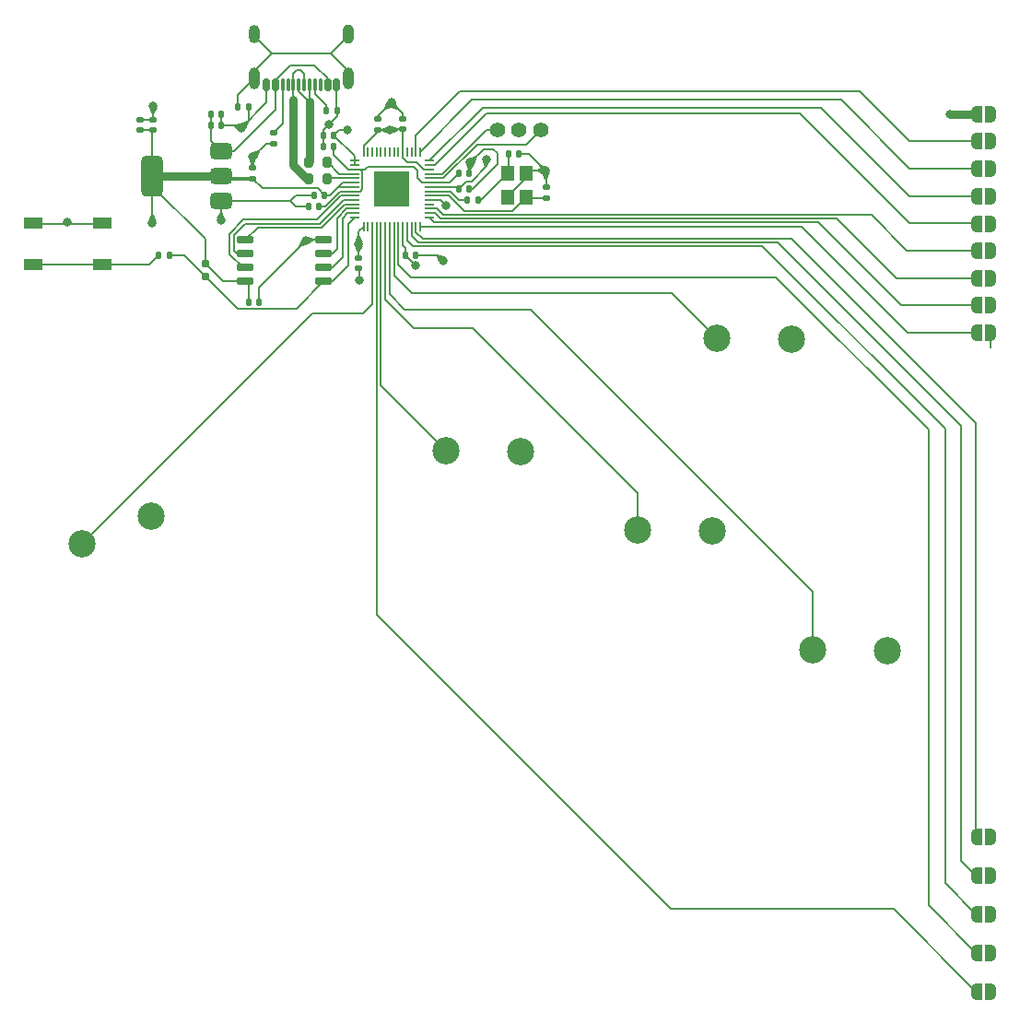
<source format=gbr>
%TF.GenerationSoftware,KiCad,Pcbnew,8.0.4*%
%TF.CreationDate,2024-07-23T17:45:02-07:00*%
%TF.ProjectId,2board_a,32626f61-7264-45f6-912e-6b696361645f,rev?*%
%TF.SameCoordinates,Original*%
%TF.FileFunction,Copper,L1,Top*%
%TF.FilePolarity,Positive*%
%FSLAX46Y46*%
G04 Gerber Fmt 4.6, Leading zero omitted, Abs format (unit mm)*
G04 Created by KiCad (PCBNEW 8.0.4) date 2024-07-23 17:45:02*
%MOMM*%
%LPD*%
G01*
G04 APERTURE LIST*
G04 Aperture macros list*
%AMRoundRect*
0 Rectangle with rounded corners*
0 $1 Rounding radius*
0 $2 $3 $4 $5 $6 $7 $8 $9 X,Y pos of 4 corners*
0 Add a 4 corners polygon primitive as box body*
4,1,4,$2,$3,$4,$5,$6,$7,$8,$9,$2,$3,0*
0 Add four circle primitives for the rounded corners*
1,1,$1+$1,$2,$3*
1,1,$1+$1,$4,$5*
1,1,$1+$1,$6,$7*
1,1,$1+$1,$8,$9*
0 Add four rect primitives between the rounded corners*
20,1,$1+$1,$2,$3,$4,$5,0*
20,1,$1+$1,$4,$5,$6,$7,0*
20,1,$1+$1,$6,$7,$8,$9,0*
20,1,$1+$1,$8,$9,$2,$3,0*%
%AMFreePoly0*
4,1,19,0.500000,-0.750000,0.000000,-0.750000,0.000000,-0.744911,-0.071157,-0.744911,-0.207708,-0.704816,-0.327430,-0.627875,-0.420627,-0.520320,-0.479746,-0.390866,-0.500000,-0.250000,-0.500000,0.250000,-0.479746,0.390866,-0.420627,0.520320,-0.327430,0.627875,-0.207708,0.704816,-0.071157,0.744911,0.000000,0.744911,0.000000,0.750000,0.500000,0.750000,0.500000,-0.750000,0.500000,-0.750000,
$1*%
%AMFreePoly1*
4,1,19,0.000000,0.744911,0.071157,0.744911,0.207708,0.704816,0.327430,0.627875,0.420627,0.520320,0.479746,0.390866,0.500000,0.250000,0.500000,-0.250000,0.479746,-0.390866,0.420627,-0.520320,0.327430,-0.627875,0.207708,-0.704816,0.071157,-0.744911,0.000000,-0.744911,0.000000,-0.750000,-0.500000,-0.750000,-0.500000,0.750000,0.000000,0.750000,0.000000,0.744911,0.000000,0.744911,
$1*%
G04 Aperture macros list end*
%TA.AperFunction,SMDPad,CuDef*%
%ADD10FreePoly0,0.000000*%
%TD*%
%TA.AperFunction,SMDPad,CuDef*%
%ADD11FreePoly1,0.000000*%
%TD*%
%TA.AperFunction,ComponentPad*%
%ADD12C,0.600000*%
%TD*%
%TA.AperFunction,SMDPad,CuDef*%
%ADD13RoundRect,0.140000X-0.170000X0.140000X-0.170000X-0.140000X0.170000X-0.140000X0.170000X0.140000X0*%
%TD*%
%TA.AperFunction,SMDPad,CuDef*%
%ADD14R,1.200000X1.400000*%
%TD*%
%TA.AperFunction,SMDPad,CuDef*%
%ADD15R,1.700000X1.000000*%
%TD*%
%TA.AperFunction,SMDPad,CuDef*%
%ADD16RoundRect,0.135000X-0.185000X0.135000X-0.185000X-0.135000X0.185000X-0.135000X0.185000X0.135000X0*%
%TD*%
%TA.AperFunction,SMDPad,CuDef*%
%ADD17RoundRect,0.140000X-0.140000X-0.170000X0.140000X-0.170000X0.140000X0.170000X-0.140000X0.170000X0*%
%TD*%
%TA.AperFunction,SMDPad,CuDef*%
%ADD18RoundRect,0.150000X0.650000X0.150000X-0.650000X0.150000X-0.650000X-0.150000X0.650000X-0.150000X0*%
%TD*%
%TA.AperFunction,SMDPad,CuDef*%
%ADD19RoundRect,0.140000X0.140000X0.170000X-0.140000X0.170000X-0.140000X-0.170000X0.140000X-0.170000X0*%
%TD*%
%TA.AperFunction,SMDPad,CuDef*%
%ADD20RoundRect,0.140000X0.170000X-0.140000X0.170000X0.140000X-0.170000X0.140000X-0.170000X-0.140000X0*%
%TD*%
%TA.AperFunction,ComponentPad*%
%ADD21C,2.500000*%
%TD*%
%TA.AperFunction,SMDPad,CuDef*%
%ADD22RoundRect,0.135000X-0.135000X-0.185000X0.135000X-0.185000X0.135000X0.185000X-0.135000X0.185000X0*%
%TD*%
%TA.AperFunction,SMDPad,CuDef*%
%ADD23RoundRect,0.150000X0.150000X0.420000X-0.150000X0.420000X-0.150000X-0.420000X0.150000X-0.420000X0*%
%TD*%
%TA.AperFunction,SMDPad,CuDef*%
%ADD24RoundRect,0.075000X0.075000X0.495000X-0.075000X0.495000X-0.075000X-0.495000X0.075000X-0.495000X0*%
%TD*%
%TA.AperFunction,ComponentPad*%
%ADD25O,1.000000X2.000000*%
%TD*%
%TA.AperFunction,ComponentPad*%
%ADD26O,1.000000X1.800000*%
%TD*%
%TA.AperFunction,ComponentPad*%
%ADD27O,1.000000X1.700000*%
%TD*%
%TA.AperFunction,SMDPad,CuDef*%
%ADD28RoundRect,0.135000X0.135000X0.185000X-0.135000X0.185000X-0.135000X-0.185000X0.135000X-0.185000X0*%
%TD*%
%TA.AperFunction,SMDPad,CuDef*%
%ADD29RoundRect,0.200000X-0.200000X-0.275000X0.200000X-0.275000X0.200000X0.275000X-0.200000X0.275000X0*%
%TD*%
%TA.AperFunction,SMDPad,CuDef*%
%ADD30RoundRect,0.160000X-0.160000X0.197500X-0.160000X-0.197500X0.160000X-0.197500X0.160000X0.197500X0*%
%TD*%
%TA.AperFunction,SMDPad,CuDef*%
%ADD31RoundRect,0.050000X0.050000X-0.387500X0.050000X0.387500X-0.050000X0.387500X-0.050000X-0.387500X0*%
%TD*%
%TA.AperFunction,SMDPad,CuDef*%
%ADD32RoundRect,0.050000X0.387500X-0.050000X0.387500X0.050000X-0.387500X0.050000X-0.387500X-0.050000X0*%
%TD*%
%TA.AperFunction,HeatsinkPad*%
%ADD33R,3.200000X3.200000*%
%TD*%
%TA.AperFunction,SMDPad,CuDef*%
%ADD34RoundRect,0.375000X0.625000X0.375000X-0.625000X0.375000X-0.625000X-0.375000X0.625000X-0.375000X0*%
%TD*%
%TA.AperFunction,SMDPad,CuDef*%
%ADD35RoundRect,0.500000X0.500000X1.400000X-0.500000X1.400000X-0.500000X-1.400000X0.500000X-1.400000X0*%
%TD*%
%TA.AperFunction,ComponentPad*%
%ADD36C,1.400000*%
%TD*%
%TA.AperFunction,ViaPad*%
%ADD37C,0.800000*%
%TD*%
%TA.AperFunction,Conductor*%
%ADD38C,0.200000*%
%TD*%
%TA.AperFunction,Conductor*%
%ADD39C,0.800000*%
%TD*%
%TA.AperFunction,Conductor*%
%ADD40C,0.150000*%
%TD*%
%TA.AperFunction,Conductor*%
%ADD41C,0.300000*%
%TD*%
G04 APERTURE END LIST*
D10*
%TO.P,JP11,1,A*%
%TO.N,/Main/R2*%
X195420000Y-99930000D03*
D11*
%TO.P,JP11,2,B*%
%TO.N,/Buttons/R2*%
X196720000Y-99930000D03*
%TD*%
D12*
%TO.P,,57,GND*%
%TO.N,GND*%
X140700000Y-36840000D03*
%TD*%
D13*
%TO.P,C3,1*%
%TO.N,GND*%
X155852000Y-36728000D03*
%TO.P,C3,2*%
%TO.N,/Main/XIN*%
X155852000Y-37688000D03*
%TD*%
D10*
%TO.P,JP14,1,A*%
%TO.N,/Main/SPACE*%
X195420000Y-110580000D03*
D11*
%TO.P,JP14,2,B*%
%TO.N,/Buttons/SPACE*%
X196720000Y-110580000D03*
%TD*%
D14*
%TO.P,Y1,1,1*%
%TO.N,/Main/XIN*%
X153996000Y-37630000D03*
%TO.P,Y1,2,2*%
%TO.N,GND*%
X153996000Y-35430000D03*
%TO.P,Y1,3,3*%
%TO.N,Net-(C4-Pad2)*%
X152296000Y-35430000D03*
%TO.P,Y1,4,4*%
%TO.N,GND*%
X152296000Y-37630000D03*
%TD*%
D15*
%TO.P,SW1,1,1*%
%TO.N,GND*%
X108755000Y-40030000D03*
X115055000Y-40030000D03*
%TO.P,SW1,2,2*%
%TO.N,Net-(R5-Pad1)*%
X108755000Y-43830000D03*
X115055000Y-43830000D03*
%TD*%
D13*
%TO.P,C12,1*%
%TO.N,+3.3V*%
X138630000Y-43200000D03*
%TO.P,C12,2*%
%TO.N,GND*%
X138630000Y-44160000D03*
%TD*%
D16*
%TO.P,R2,1*%
%TO.N,Net-(J1-CC2)*%
X130822000Y-31668000D03*
%TO.P,R2,2*%
%TO.N,GND*%
X130822000Y-32688000D03*
%TD*%
D12*
%TO.P,,57,GND*%
%TO.N,GND*%
X141716000Y-37856000D03*
%TD*%
D17*
%TO.P,C2,1*%
%TO.N,VBUS*%
X125020000Y-31000000D03*
%TO.P,C2,2*%
%TO.N,GND*%
X125980000Y-31000000D03*
%TD*%
%TO.P,C8,1*%
%TO.N,+1V1*%
X147840000Y-35430000D03*
%TO.P,C8,2*%
%TO.N,GND*%
X148800000Y-35430000D03*
%TD*%
D10*
%TO.P,JP2,1,A*%
%TO.N,/Main/S2*%
X195420000Y-32500000D03*
D11*
%TO.P,JP2,2,B*%
%TO.N,/Buttons/S2*%
X196720000Y-32500000D03*
%TD*%
D12*
%TO.P,,57,GND*%
%TO.N,GND*%
X140700000Y-35824000D03*
%TD*%
D18*
%TO.P,U3,1,~{CS}*%
%TO.N,/Main/QSPI_SS*%
X135410000Y-45349000D03*
%TO.P,U3,2,DO(IO1)*%
%TO.N,/Main/QSPI_SD1*%
X135410000Y-44079000D03*
%TO.P,U3,3,IO2*%
%TO.N,/Main/QSPI_SD2*%
X135410000Y-42809000D03*
%TO.P,U3,4,GND*%
%TO.N,GND*%
X135410000Y-41539000D03*
%TO.P,U3,5,DI(IO0)*%
%TO.N,/Main/QSPI_SD0*%
X128210000Y-41539000D03*
%TO.P,U3,6,CLK*%
%TO.N,/Main/QSPI_SCLK*%
X128210000Y-42809000D03*
%TO.P,U3,7,IO3*%
%TO.N,/Main/QSPI_SD3*%
X128210000Y-44079000D03*
%TO.P,U3,8,VCC*%
%TO.N,+3.3V*%
X128210000Y-45349000D03*
%TD*%
D12*
%TO.P,,57,GND*%
%TO.N,GND*%
X142732000Y-36840000D03*
%TD*%
D10*
%TO.P,JP12,1,A*%
%TO.N,/Main/B2*%
X195420000Y-103480000D03*
D11*
%TO.P,JP12,2,B*%
%TO.N,/Buttons/B2*%
X196720000Y-103480000D03*
%TD*%
D19*
%TO.P,C10,1*%
%TO.N,+3.3V*%
X135478750Y-37430000D03*
%TO.P,C10,2*%
%TO.N,GND*%
X134518750Y-37430000D03*
%TD*%
D20*
%TO.P,C11,1*%
%TO.N,+3.3V*%
X128880000Y-35910000D03*
%TO.P,C11,2*%
%TO.N,GND*%
X128880000Y-34950000D03*
%TD*%
D10*
%TO.P,JP3,1,A*%
%TO.N,/Main/S1*%
X195420000Y-35000000D03*
D11*
%TO.P,JP3,2,B*%
%TO.N,/Buttons/S1*%
X196720000Y-35000000D03*
%TD*%
D21*
%TO.P,SW8_DP1,1,1*%
%TO.N,L2*%
X113190000Y-69451696D03*
%TO.P,SW8_DP1,2,2*%
%TO.N,GND*%
X119540000Y-66911696D03*
%TD*%
D12*
%TO.P,,57,GND*%
%TO.N,GND*%
X142732000Y-35824000D03*
%TD*%
D19*
%TO.P,C7,1*%
%TO.N,+3.3V*%
X136360000Y-31930000D03*
%TO.P,C7,2*%
%TO.N,GND*%
X135400000Y-31930000D03*
%TD*%
D21*
%TO.P,SW20_RIGHT1,1,1*%
%TO.N,RIGHT*%
X180355978Y-79195322D03*
%TO.P,SW20_RIGHT1,2,2*%
%TO.N,GND*%
X187194629Y-79278708D03*
%TD*%
D22*
%TO.P,R5,1*%
%TO.N,Net-(R5-Pad1)*%
X120251000Y-42936000D03*
%TO.P,R5,2*%
%TO.N,/Main/QSPI_SS*%
X121271000Y-42936000D03*
%TD*%
D17*
%TO.P,C14,1*%
%TO.N,+3.3V*%
X147840000Y-36840000D03*
%TO.P,C14,2*%
%TO.N,GND*%
X148800000Y-36840000D03*
%TD*%
D10*
%TO.P,JP8,1,A*%
%TO.N,/Main/B4*%
X195420000Y-47550000D03*
D11*
%TO.P,JP8,2,B*%
%TO.N,/Buttons/B4*%
X196720000Y-47550000D03*
%TD*%
D22*
%TO.P,R1,1*%
%TO.N,Net-(J1-SHIELD)*%
X127490000Y-29347000D03*
%TO.P,R1,2*%
%TO.N,GND*%
X128510000Y-29347000D03*
%TD*%
D21*
%TO.P,SW19_LEFT1,1,1*%
%TO.N,LEFT*%
X146686902Y-60919565D03*
%TO.P,SW19_LEFT1,2,2*%
%TO.N,GND*%
X153525553Y-61002951D03*
%TD*%
D23*
%TO.P,J1,A1,GND*%
%TO.N,GND*%
X136580000Y-27315000D03*
%TO.P,J1,A4,VBUS*%
%TO.N,VBUS*%
X135780000Y-27315000D03*
D24*
%TO.P,J1,A5,CC1*%
%TO.N,Net-(J1-CC1)*%
X134630000Y-27315000D03*
%TO.P,J1,A6,D+*%
%TO.N,/Main/D+*%
X133630000Y-27315000D03*
%TO.P,J1,A7,D-*%
%TO.N,/Main/D-*%
X133130000Y-27315000D03*
%TO.P,J1,A8,SBU1*%
%TO.N,unconnected-(J1-SBU1-PadA8)*%
X132130000Y-27315000D03*
D23*
%TO.P,J1,A9,VBUS*%
%TO.N,VBUS*%
X130980000Y-27315000D03*
%TO.P,J1,A12,GND*%
%TO.N,GND*%
X130180000Y-27315000D03*
%TO.P,J1,B1,GND*%
X130180000Y-27315000D03*
%TO.P,J1,B4,VBUS*%
%TO.N,VBUS*%
X130980000Y-27315000D03*
D24*
%TO.P,J1,B5,CC2*%
%TO.N,Net-(J1-CC2)*%
X131630000Y-27315000D03*
%TO.P,J1,B6,D+*%
%TO.N,/Main/D+*%
X132630000Y-27315000D03*
%TO.P,J1,B7,D-*%
%TO.N,/Main/D-*%
X134130000Y-27315000D03*
%TO.P,J1,B8,SBU2*%
%TO.N,unconnected-(J1-SBU2-PadB8)*%
X135130000Y-27315000D03*
D23*
%TO.P,J1,B9,VBUS*%
%TO.N,VBUS*%
X135780000Y-27315000D03*
%TO.P,J1,B12,GND*%
%TO.N,GND*%
X136580000Y-27315000D03*
D25*
%TO.P,J1,S1,SHIELD*%
%TO.N,Net-(J1-SHIELD)*%
X137700000Y-26745000D03*
D26*
X137700000Y-22605000D03*
D25*
X129060000Y-26745000D03*
D27*
X129060000Y-22605000D03*
%TD*%
D12*
%TO.P,,57,GND*%
%TO.N,GND*%
X142732000Y-37856000D03*
%TD*%
%TO.P,,57,GND*%
%TO.N,GND*%
X141716000Y-35824000D03*
%TD*%
%TO.P,,57,GND*%
%TO.N,GND*%
X141716000Y-36840000D03*
%TD*%
D28*
%TO.P,R4,1*%
%TO.N,Net-(C4-Pad2)*%
X149590000Y-37856000D03*
%TO.P,R4,2*%
%TO.N,/Main/XOUT*%
X148570000Y-37856000D03*
%TD*%
D29*
%TO.P,R7,1*%
%TO.N,/Main/D-*%
X134055000Y-34430000D03*
%TO.P,R7,2*%
%TO.N,Net-(U1-USB_DM)*%
X135705000Y-34430000D03*
%TD*%
D10*
%TO.P,JP10,1,A*%
%TO.N,/Main/B3*%
X195420000Y-96380000D03*
D11*
%TO.P,JP10,2,B*%
%TO.N,/Buttons/B3*%
X196720000Y-96380000D03*
%TD*%
D21*
%TO.P,SW18_DOWN1,1,1*%
%TO.N,DOWN*%
X164286807Y-68209684D03*
%TO.P,SW18_DOWN1,2,2*%
%TO.N,GND*%
X171125458Y-68293070D03*
%TD*%
D30*
%TO.P,R6,1*%
%TO.N,+3.3V*%
X124571000Y-43735500D03*
%TO.P,R6,2*%
%TO.N,/Main/QSPI_SS*%
X124571000Y-44930500D03*
%TD*%
D10*
%TO.P,JP4,1,A*%
%TO.N,/Main/A1*%
X195420000Y-37550000D03*
D11*
%TO.P,JP4,2,B*%
%TO.N,/Buttons/A1*%
X196720000Y-37550000D03*
%TD*%
D29*
%TO.P,R8,1*%
%TO.N,/Main/D+*%
X134055000Y-35930000D03*
%TO.P,R8,2*%
%TO.N,Net-(U1-USB_DP)*%
X135705000Y-35930000D03*
%TD*%
D19*
%TO.P,C6,1*%
%TO.N,+1V1*%
X136360000Y-32930000D03*
%TO.P,C6,2*%
%TO.N,GND*%
X135400000Y-32930000D03*
%TD*%
D31*
%TO.P,U1,1,IOVDD*%
%TO.N,+3.3V*%
X139078000Y-40315500D03*
%TO.P,U1,2,GPIO0*%
%TO.N,unconnected-(U1-GPIO0-Pad2)*%
X139478000Y-40315500D03*
%TO.P,U1,3,GPIO1*%
%TO.N,L2*%
X139878000Y-40315500D03*
%TO.P,U1,4,GPIO2*%
%TO.N,/Main/SPACE*%
X140278000Y-40315500D03*
%TO.P,U1,5,GPIO3*%
%TO.N,LEFT*%
X140678000Y-40315500D03*
%TO.P,U1,6,GPIO4*%
%TO.N,DOWN*%
X141078000Y-40315500D03*
%TO.P,U1,7,GPIO5*%
%TO.N,RIGHT*%
X141478000Y-40315500D03*
%TO.P,U1,8,GPIO6*%
%TO.N,W*%
X141878000Y-40315500D03*
%TO.P,U1,9,GPIO7*%
%TO.N,/Main/B1*%
X142278000Y-40315500D03*
%TO.P,U1,10,IOVDD*%
%TO.N,+3.3V*%
X142678000Y-40315500D03*
%TO.P,U1,11,GPIO8*%
%TO.N,/Main/B2*%
X143078000Y-40315500D03*
%TO.P,U1,12,GPIO9*%
%TO.N,/Main/R2*%
X143478000Y-40315500D03*
%TO.P,U1,13,GPIO10*%
%TO.N,/Main/B3*%
X143878000Y-40315500D03*
%TO.P,U1,14,GPIO11*%
%TO.N,/Main/L3*%
X144278000Y-40315500D03*
D32*
%TO.P,U1,15,GPIO12*%
%TO.N,/Main/B4*%
X145115500Y-39478000D03*
%TO.P,U1,16,GPIO13*%
%TO.N,/Main/R1*%
X145115500Y-39078000D03*
%TO.P,U1,17,GPIO14*%
%TO.N,/Main/L1*%
X145115500Y-38678000D03*
%TO.P,U1,18,GPIO15*%
%TO.N,unconnected-(U1-GPIO15-Pad18)*%
X145115500Y-38278000D03*
%TO.P,U1,19,TESTEN*%
%TO.N,GND*%
X145115500Y-37878000D03*
%TO.P,U1,20,XIN*%
%TO.N,/Main/XIN*%
X145115500Y-37478000D03*
%TO.P,U1,21,XOUT*%
%TO.N,/Main/XOUT*%
X145115500Y-37078000D03*
%TO.P,U1,22,IOVDD*%
%TO.N,+3.3V*%
X145115500Y-36678000D03*
%TO.P,U1,23,DVDD*%
%TO.N,+1V1*%
X145115500Y-36278000D03*
%TO.P,U1,24,SWCLK*%
%TO.N,/Main/SWCLK*%
X145115500Y-35878000D03*
%TO.P,U1,25,SWD*%
%TO.N,/Main/SWDIO*%
X145115500Y-35478000D03*
%TO.P,U1,26,RUN*%
%TO.N,+3.3V*%
X145115500Y-35078000D03*
%TO.P,U1,27,GPIO16*%
%TO.N,/Main/A2*%
X145115500Y-34678000D03*
%TO.P,U1,28,GPIO17*%
%TO.N,/Main/A1*%
X145115500Y-34278000D03*
D31*
%TO.P,U1,29,GPIO18*%
%TO.N,/Main/S1*%
X144278000Y-33440500D03*
%TO.P,U1,30,GPIO19*%
%TO.N,/Main/S2*%
X143878000Y-33440500D03*
%TO.P,U1,31,GPIO20*%
%TO.N,unconnected-(U1-GPIO20-Pad31)*%
X143478000Y-33440500D03*
%TO.P,U1,32,GPIO21*%
%TO.N,unconnected-(U1-GPIO21-Pad32)*%
X143078000Y-33440500D03*
%TO.P,U1,33,IOVDD*%
%TO.N,+3.3V*%
X142678000Y-33440500D03*
%TO.P,U1,34,GPIO22*%
%TO.N,unconnected-(U1-GPIO22-Pad34)*%
X142278000Y-33440500D03*
%TO.P,U1,35,GPIO23*%
%TO.N,unconnected-(U1-GPIO23-Pad35)*%
X141878000Y-33440500D03*
%TO.P,U1,36,GPIO24*%
%TO.N,unconnected-(U1-GPIO24-Pad36)*%
X141478000Y-33440500D03*
%TO.P,U1,37,GPIO25*%
%TO.N,unconnected-(U1-GPIO25-Pad37)*%
X141078000Y-33440500D03*
%TO.P,U1,38,GPIO26_ADC0*%
%TO.N,unconnected-(U1-GPIO26_ADC0-Pad38)*%
X140678000Y-33440500D03*
%TO.P,U1,39,GPIO27_ADC1*%
%TO.N,unconnected-(U1-GPIO27_ADC1-Pad39)*%
X140278000Y-33440500D03*
%TO.P,U1,40,GPIO28_ADC2*%
%TO.N,unconnected-(U1-GPIO28_ADC2-Pad40)*%
X139878000Y-33440500D03*
%TO.P,U1,41,GPIO29_ADC3*%
%TO.N,unconnected-(U1-GPIO29_ADC3-Pad41)*%
X139478000Y-33440500D03*
%TO.P,U1,42,IOVDD*%
%TO.N,+3.3V*%
X139078000Y-33440500D03*
D32*
%TO.P,U1,43,ADC_AVDD*%
X138240500Y-34278000D03*
%TO.P,U1,44,VREG_IN*%
X138240500Y-34678000D03*
%TO.P,U1,45,VREG_VOUT*%
%TO.N,+1V1*%
X138240500Y-35078000D03*
%TO.P,U1,46,USB_DM*%
%TO.N,Net-(U1-USB_DM)*%
X138240500Y-35478000D03*
%TO.P,U1,47,USB_DP*%
%TO.N,Net-(U1-USB_DP)*%
X138240500Y-35878000D03*
%TO.P,U1,48,USB_VDD*%
%TO.N,+3.3V*%
X138240500Y-36278000D03*
%TO.P,U1,49,IOVDD*%
X138240500Y-36678000D03*
%TO.P,U1,50,DVDD*%
%TO.N,+1V1*%
X138240500Y-37078000D03*
%TO.P,U1,51,QSPI_SD3*%
%TO.N,/Main/QSPI_SD3*%
X138240500Y-37478000D03*
%TO.P,U1,52,QSPI_SCLK*%
%TO.N,/Main/QSPI_SCLK*%
X138240500Y-37878000D03*
%TO.P,U1,53,QSPI_SD0*%
%TO.N,/Main/QSPI_SD0*%
X138240500Y-38278000D03*
%TO.P,U1,54,QSPI_SD2*%
%TO.N,/Main/QSPI_SD2*%
X138240500Y-38678000D03*
%TO.P,U1,55,QSPI_SD1*%
%TO.N,/Main/QSPI_SD1*%
X138240500Y-39078000D03*
%TO.P,U1,56,QSPI_SS*%
%TO.N,/Main/QSPI_SS*%
X138240500Y-39478000D03*
D33*
%TO.P,U1,57,GND*%
%TO.N,GND*%
X141678000Y-36878000D03*
%TD*%
D20*
%TO.P,C18,1*%
%TO.N,+3.3V*%
X118500000Y-31480000D03*
%TO.P,C18,2*%
%TO.N,GND*%
X118500000Y-30520000D03*
%TD*%
D34*
%TO.P,U2,1,GND*%
%TO.N,GND*%
X125972000Y-37978000D03*
%TO.P,U2,2,VO*%
%TO.N,+3.3V*%
X125972000Y-35678000D03*
D35*
X119672000Y-35678000D03*
D34*
%TO.P,U2,3,VI*%
%TO.N,VBUS*%
X125972000Y-33378000D03*
%TD*%
D10*
%TO.P,JP6,1,A*%
%TO.N,/Main/L1*%
X195420000Y-42550000D03*
D11*
%TO.P,JP6,2,B*%
%TO.N,/Buttons/L1*%
X196720000Y-42550000D03*
%TD*%
D36*
%TO.P,J2,1,Pin_1*%
%TO.N,/Main/SWCLK*%
X155380000Y-31430000D03*
%TO.P,J2,2,Pin_2*%
%TO.N,GND*%
X153380000Y-31430000D03*
%TO.P,J2,3,Pin_3*%
%TO.N,/Main/SWDIO*%
X151380000Y-31430000D03*
%TD*%
D17*
%TO.P,C1,1*%
%TO.N,VBUS*%
X125040000Y-30000000D03*
%TO.P,C1,2*%
%TO.N,GND*%
X126000000Y-30000000D03*
%TD*%
D10*
%TO.P,JP1,1,A*%
%TO.N,GND*%
X195420000Y-30000000D03*
D11*
%TO.P,JP1,2,B*%
X196720000Y-30000000D03*
%TD*%
D19*
%TO.P,C9,1*%
%TO.N,+1V1*%
X134978750Y-38430000D03*
%TO.P,C9,2*%
%TO.N,GND*%
X134018750Y-38430000D03*
%TD*%
D21*
%TO.P,SW17_W1,1,1*%
%TO.N,W*%
X171576926Y-50609779D03*
%TO.P,SW17_W1,2,2*%
%TO.N,GND*%
X178415577Y-50693165D03*
%TD*%
D17*
%TO.P,C5,1*%
%TO.N,+3.3V*%
X128536000Y-47254000D03*
%TO.P,C5,2*%
%TO.N,GND*%
X129496000Y-47254000D03*
%TD*%
D19*
%TO.P,C4,1*%
%TO.N,GND*%
X153360000Y-33680000D03*
%TO.P,C4,2*%
%TO.N,Net-(C4-Pad2)*%
X152400000Y-33680000D03*
%TD*%
D12*
%TO.P,,57,GND*%
%TO.N,GND*%
X140700000Y-37856000D03*
%TD*%
D10*
%TO.P,JP9,1,A*%
%TO.N,/Main/L3*%
X195420000Y-50050000D03*
D11*
%TO.P,JP9,2,B*%
%TO.N,/Buttons/L3*%
X196720000Y-50050000D03*
%TD*%
D20*
%TO.P,C16,1*%
%TO.N,+3.3V*%
X140380000Y-31410000D03*
%TO.P,C16,2*%
%TO.N,GND*%
X140380000Y-30450000D03*
%TD*%
D10*
%TO.P,JP5,1,A*%
%TO.N,/Main/A2*%
X195420000Y-40050000D03*
D11*
%TO.P,JP5,2,B*%
%TO.N,/Buttons/A2*%
X196720000Y-40050000D03*
%TD*%
D20*
%TO.P,C15,1*%
%TO.N,+3.3V*%
X142630000Y-31390000D03*
%TO.P,C15,2*%
%TO.N,GND*%
X142630000Y-30430000D03*
%TD*%
D10*
%TO.P,JP7,1,A*%
%TO.N,/Main/R1*%
X195420000Y-45050000D03*
D11*
%TO.P,JP7,2,B*%
%TO.N,/Buttons/R1*%
X196720000Y-45050000D03*
%TD*%
D10*
%TO.P,JP13,1,A*%
%TO.N,/Main/B1*%
X195420000Y-107030000D03*
D11*
%TO.P,JP13,2,B*%
%TO.N,/Buttons/B1*%
X196720000Y-107030000D03*
%TD*%
D22*
%TO.P,R3,1*%
%TO.N,Net-(J1-CC1)*%
X135620000Y-29680000D03*
%TO.P,R3,2*%
%TO.N,GND*%
X136640000Y-29680000D03*
%TD*%
D17*
%TO.P,C13,1*%
%TO.N,+3.3V*%
X142900000Y-42930000D03*
%TO.P,C13,2*%
%TO.N,GND*%
X143860000Y-42930000D03*
%TD*%
D20*
%TO.P,C17,1*%
%TO.N,+3.3V*%
X119745000Y-31478000D03*
%TO.P,C17,2*%
%TO.N,GND*%
X119745000Y-30518000D03*
%TD*%
D37*
%TO.N,GND*%
X148880000Y-34430000D03*
X155813000Y-35189000D03*
X141630000Y-28930000D03*
X135880000Y-30930000D03*
X193000000Y-30000000D03*
X111880000Y-39930000D03*
X119745000Y-29220000D03*
X133778500Y-41602500D03*
X125968000Y-39761000D03*
X128880000Y-33930000D03*
X127873000Y-31252000D03*
X146380000Y-43430000D03*
X138668000Y-45222000D03*
X146669000Y-38364000D03*
%TO.N,+3.3V*%
X143880000Y-43930000D03*
X150380000Y-34180000D03*
X119672000Y-40015000D03*
X137630000Y-31430000D03*
X141480000Y-31430000D03*
X138630000Y-41930000D03*
%TD*%
D38*
%TO.N,VBUS*%
X125040000Y-30000000D02*
X125040000Y-30980000D01*
X130980000Y-26862590D02*
X130980000Y-27315000D01*
X134564999Y-25530000D02*
X132312590Y-25530000D01*
X125020000Y-31000000D02*
X125020000Y-32426000D01*
X126302000Y-33048000D02*
X125972000Y-33378000D01*
X127172000Y-33378000D02*
X130980000Y-29570000D01*
X125972000Y-33378000D02*
X127172000Y-33378000D01*
X135780000Y-27315000D02*
X135780000Y-26745001D01*
X130980000Y-29570000D02*
X130980000Y-27400000D01*
X135780000Y-26745001D02*
X134564999Y-25530000D01*
X125040000Y-30980000D02*
X125020000Y-31000000D01*
X125020000Y-32426000D02*
X125972000Y-33378000D01*
X132312590Y-25530000D02*
X130980000Y-26862590D01*
%TO.N,GND*%
X128510000Y-30615000D02*
X127873000Y-31252000D01*
X142630000Y-29930000D02*
X141630000Y-28930000D01*
X125980000Y-31000000D02*
X127621000Y-31000000D01*
X127873000Y-31252000D02*
X130180000Y-28945000D01*
X143860000Y-42930000D02*
X145880000Y-42930000D01*
X152296000Y-37530000D02*
X153996000Y-35830000D01*
X132380000Y-37930000D02*
X126020000Y-37930000D01*
X133842000Y-41539000D02*
X135410000Y-41539000D01*
X135400000Y-31930000D02*
X135400000Y-31410000D01*
X145115500Y-37878000D02*
X146183000Y-37878000D01*
X132880000Y-37430000D02*
X132380000Y-37930000D01*
X132880000Y-38430000D02*
X132380000Y-37930000D01*
X130122000Y-32688000D02*
X130822000Y-32688000D01*
X119905000Y-30678000D02*
X119745000Y-30518000D01*
X153996000Y-35830000D02*
X153996000Y-35430000D01*
X133778500Y-41602500D02*
X133842000Y-41539000D01*
D39*
X141716000Y-36840000D02*
X141640000Y-36840000D01*
D38*
X136640000Y-30170000D02*
X135880000Y-30930000D01*
X151380000Y-34539999D02*
X151380000Y-33560025D01*
X128880000Y-33930000D02*
X128880000Y-34950000D01*
X129496000Y-45885000D02*
X129496000Y-47254000D01*
X151007975Y-33188000D02*
X150122000Y-33188000D01*
X133778500Y-41602500D02*
X129496000Y-45885000D01*
X138668000Y-45222000D02*
X138668000Y-44198000D01*
D40*
X111755000Y-40055000D02*
X111880000Y-39930000D01*
D38*
X148800000Y-35430000D02*
X148800000Y-34510000D01*
D39*
X141640000Y-36840000D02*
X141678000Y-36878000D01*
D38*
X119745000Y-29220000D02*
X119745000Y-30518000D01*
X125968000Y-39761000D02*
X125968000Y-37982000D01*
X134018750Y-38430000D02*
X132880000Y-38430000D01*
X136580000Y-29370000D02*
X136640000Y-29430000D01*
D39*
X141716000Y-36916000D02*
X141716000Y-36840000D01*
D38*
X141630000Y-28930000D02*
X140380000Y-30180000D01*
X138668000Y-44198000D02*
X138630000Y-44160000D01*
X130180000Y-28945000D02*
X130180000Y-27400000D01*
X140380000Y-30180000D02*
X140380000Y-30450000D01*
X148800000Y-34510000D02*
X148880000Y-34430000D01*
X155813000Y-35189000D02*
X154237000Y-35189000D01*
D40*
X112005000Y-40055000D02*
X114905000Y-40055000D01*
D38*
X155813000Y-35189000D02*
X154304000Y-33680000D01*
D40*
X111880000Y-39930000D02*
X112005000Y-40055000D01*
D38*
X155852000Y-36728000D02*
X155852000Y-35228000D01*
X128880000Y-33930000D02*
X130122000Y-32688000D01*
X128510000Y-29347000D02*
X128510000Y-30615000D01*
X134518750Y-37430000D02*
X132880000Y-37430000D01*
X146183000Y-37878000D02*
X146669000Y-38364000D01*
X151380000Y-33560025D02*
X151007975Y-33188000D01*
X126020000Y-37930000D02*
X125972000Y-37978000D01*
X136580000Y-27400000D02*
X136580000Y-29370000D01*
X152296000Y-37630000D02*
X152296000Y-37730000D01*
X142630000Y-30430000D02*
X142630000Y-29930000D01*
X150122000Y-33188000D02*
X148880000Y-34430000D01*
X152296000Y-37630000D02*
X152296000Y-37530000D01*
X119743000Y-30520000D02*
X119745000Y-30518000D01*
D39*
X193000000Y-30000000D02*
X195350000Y-30000000D01*
D38*
X118500000Y-30520000D02*
X119743000Y-30520000D01*
X148800000Y-36840000D02*
X149079999Y-36840000D01*
X126000000Y-30980000D02*
X125980000Y-31000000D01*
X135400000Y-32930000D02*
X135400000Y-31930000D01*
X155852000Y-35228000D02*
X155813000Y-35189000D01*
X136640000Y-29680000D02*
X136640000Y-30170000D01*
X154237000Y-35189000D02*
X153996000Y-35430000D01*
D40*
X108905000Y-40055000D02*
X111755000Y-40055000D01*
D38*
X145880000Y-42930000D02*
X146380000Y-43430000D01*
X127621000Y-31000000D02*
X127873000Y-31252000D01*
X125968000Y-37982000D02*
X125972000Y-37978000D01*
X135400000Y-31410000D02*
X135880000Y-30930000D01*
X149079999Y-36840000D02*
X151380000Y-34539999D01*
X154304000Y-33680000D02*
X153360000Y-33680000D01*
X126000000Y-30000000D02*
X126000000Y-30980000D01*
%TO.N,+3.3V*%
X138240500Y-36278000D02*
X137140000Y-36278000D01*
X119672000Y-36578000D02*
X119672000Y-35678000D01*
X136860000Y-31430000D02*
X136360000Y-31930000D01*
X142900000Y-42248000D02*
X142678000Y-42026000D01*
X119672000Y-35678000D02*
X119672000Y-31551000D01*
X141480000Y-31430000D02*
X140360000Y-31430000D01*
X134868750Y-36820000D02*
X129790000Y-36820000D01*
X118500000Y-31480000D02*
X119743000Y-31480000D01*
X142900000Y-42930000D02*
X142900000Y-42248000D01*
X137140000Y-36278000D02*
X136740000Y-36678000D01*
X129790000Y-36820000D02*
X128880000Y-35910000D01*
X126184500Y-45349000D02*
X128210000Y-45349000D01*
X119672000Y-40015000D02*
X119672000Y-35678000D01*
D41*
X126204000Y-35910000D02*
X125972000Y-35678000D01*
D38*
X139078000Y-32906640D02*
X139078000Y-33440500D01*
X137630000Y-31430000D02*
X136860000Y-31430000D01*
X140360000Y-31430000D02*
X140360000Y-31624640D01*
D39*
X119672000Y-35678000D02*
X125972000Y-35678000D01*
D38*
X142678000Y-33440500D02*
X142678000Y-33974360D01*
X124571000Y-43735500D02*
X126184500Y-45349000D01*
X135478750Y-37430000D02*
X134868750Y-36820000D01*
X143911640Y-34408000D02*
X144581640Y-35078000D01*
X143880000Y-43910000D02*
X142900000Y-42930000D01*
X138240500Y-33810500D02*
X136360000Y-31930000D01*
X148500000Y-36180000D02*
X147840000Y-36840000D01*
X147678000Y-36678000D02*
X145115500Y-36678000D01*
X119743000Y-31480000D02*
X119745000Y-31478000D01*
X144581640Y-35078000D02*
X145115500Y-35078000D01*
X143111640Y-34408000D02*
X143911640Y-34408000D01*
D41*
X128880000Y-35910000D02*
X126204000Y-35910000D01*
D38*
X124571000Y-41477000D02*
X119672000Y-36578000D01*
X135988000Y-37430000D02*
X135478750Y-37430000D01*
X138630000Y-41930000D02*
X138630000Y-40763500D01*
X138240500Y-34678000D02*
X138240500Y-34278000D01*
X141520000Y-31390000D02*
X142630000Y-31390000D01*
X135988000Y-37430000D02*
X136740000Y-36678000D01*
X150380000Y-34786134D02*
X148986134Y-36180000D01*
X138630000Y-41930000D02*
X138630000Y-42968000D01*
X143880000Y-43930000D02*
X143880000Y-43910000D01*
X141480000Y-31430000D02*
X141520000Y-31390000D01*
X136740000Y-36678000D02*
X138240500Y-36678000D01*
X138240500Y-34678000D02*
X138240500Y-33810500D01*
X147840000Y-36840000D02*
X147678000Y-36678000D01*
X142630000Y-31390000D02*
X142678000Y-31438000D01*
X138630000Y-42968000D02*
X138862000Y-43200000D01*
X119564000Y-35570000D02*
X119672000Y-35678000D01*
X124571000Y-43735500D02*
X124571000Y-41477000D01*
X128210000Y-45349000D02*
X128536000Y-45675000D01*
X148986134Y-36180000D02*
X148500000Y-36180000D01*
X142678000Y-31438000D02*
X142678000Y-33440500D01*
X119672000Y-31551000D02*
X119745000Y-31478000D01*
X142678000Y-33974360D02*
X143111640Y-34408000D01*
X138630000Y-40763500D02*
X139078000Y-40315500D01*
X142678000Y-42026000D02*
X142678000Y-40315500D01*
X128536000Y-45675000D02*
X128536000Y-47254000D01*
X140360000Y-31624640D02*
X139078000Y-32906640D01*
X150380000Y-34180000D02*
X150380000Y-34786134D01*
X126330000Y-35678000D02*
X125972000Y-35678000D01*
X126090000Y-35796000D02*
X125972000Y-35678000D01*
D40*
%TO.N,Net-(C4-Pad2)*%
X152296000Y-35430000D02*
X149870000Y-37856000D01*
X152400000Y-35326000D02*
X152296000Y-35430000D01*
X152400000Y-33930000D02*
X152400000Y-35326000D01*
X149870000Y-37856000D02*
X149590000Y-37856000D01*
D38*
%TO.N,Net-(J1-SHIELD)*%
X137700000Y-26280000D02*
X137700000Y-26030000D01*
X137700000Y-22830000D02*
X136100000Y-24430000D01*
X127490000Y-29347000D02*
X127490000Y-28265000D01*
X129060000Y-26030000D02*
X129060000Y-26280000D01*
X136100000Y-24430000D02*
X130660000Y-24430000D01*
X130660000Y-24430000D02*
X129060000Y-26030000D01*
X127490000Y-28265000D02*
X129060000Y-26695000D01*
X137700000Y-22100000D02*
X137700000Y-22830000D01*
X137700000Y-26030000D02*
X136100000Y-24430000D01*
X129060000Y-22100000D02*
X129060000Y-22830000D01*
X129060000Y-22830000D02*
X130660000Y-24430000D01*
%TO.N,Net-(J1-CC2)*%
X131630000Y-30860000D02*
X131630000Y-27400000D01*
X130822000Y-31668000D02*
X131630000Y-30860000D01*
D40*
%TO.N,Net-(J1-CC1)*%
X135620000Y-29680000D02*
X135620000Y-29170000D01*
X135620000Y-29170000D02*
X134630000Y-28180000D01*
X134630000Y-28180000D02*
X134630000Y-27400000D01*
D38*
%TO.N,+1V1*%
X138978000Y-35281640D02*
X138978000Y-36874360D01*
X135553686Y-38430000D02*
X136905686Y-37078000D01*
X144002000Y-35128000D02*
X144002000Y-35820360D01*
X146992000Y-36278000D02*
X147840000Y-35430000D01*
X138774360Y-37078000D02*
X138240500Y-37078000D01*
X138240500Y-35078000D02*
X138774360Y-35078000D01*
X137706640Y-35078000D02*
X136360000Y-33731360D01*
X145115500Y-36278000D02*
X146992000Y-36278000D01*
X136360000Y-33731360D02*
X136360000Y-32930000D01*
X138240500Y-35078000D02*
X139160000Y-35078000D01*
X139160000Y-35078000D02*
X139430000Y-34808000D01*
X135553686Y-38430000D02*
X134978750Y-38430000D01*
X144459640Y-36278000D02*
X145115500Y-36278000D01*
X144002000Y-35820360D02*
X144459640Y-36278000D01*
X136905686Y-37078000D02*
X138240500Y-37078000D01*
X143682000Y-34808000D02*
X144002000Y-35128000D01*
X139430000Y-34808000D02*
X143682000Y-34808000D01*
X138774360Y-35078000D02*
X138978000Y-35281640D01*
X138240500Y-35078000D02*
X137706640Y-35078000D01*
X138978000Y-36874360D02*
X138774360Y-37078000D01*
D40*
%TO.N,Net-(R5-Pad1)*%
X114905000Y-43805000D02*
X119382000Y-43805000D01*
X114905000Y-43805000D02*
X108905000Y-43805000D01*
X119382000Y-43805000D02*
X120251000Y-42936000D01*
X120245000Y-42930000D02*
X120251000Y-42936000D01*
D38*
%TO.N,Net-(U1-USB_DM)*%
X136840500Y-35478000D02*
X135792500Y-34430000D01*
X138240500Y-35478000D02*
X136840500Y-35478000D01*
X135792500Y-34430000D02*
X135705000Y-34430000D01*
%TO.N,Net-(U1-USB_DP)*%
X135757000Y-35878000D02*
X135705000Y-35930000D01*
X138240500Y-35878000D02*
X135757000Y-35878000D01*
D40*
%TO.N,/Main/XIN*%
X154238000Y-37688000D02*
X155852000Y-37688000D01*
X154180000Y-37630000D02*
X154238000Y-37688000D01*
X153996000Y-37630000D02*
X154180000Y-37630000D01*
X152746000Y-38880000D02*
X148339026Y-38880000D01*
X146937026Y-37478000D02*
X145115500Y-37478000D01*
X153996000Y-37630000D02*
X152746000Y-38880000D01*
X148339026Y-38880000D02*
X146937026Y-37478000D01*
%TO.N,/Main/XOUT*%
X147032000Y-37078000D02*
X145115500Y-37078000D01*
X147810000Y-37856000D02*
X147032000Y-37078000D01*
X148570000Y-37856000D02*
X147810000Y-37856000D01*
%TO.N,/Main/QSPI_SS*%
X135410000Y-45349000D02*
X136209999Y-45349000D01*
X137652000Y-40066500D02*
X138240500Y-39478000D01*
X127479500Y-47839000D02*
X132920000Y-47839000D01*
X132920000Y-47839000D02*
X135410000Y-45349000D01*
X122576500Y-42936000D02*
X124571000Y-44930500D01*
X137652000Y-43906999D02*
X137652000Y-40066500D01*
X136209999Y-45349000D02*
X137652000Y-43906999D01*
X124571000Y-44930500D02*
X127479500Y-47839000D01*
X121271000Y-42936000D02*
X122576500Y-42936000D01*
D38*
%TO.N,/Main/D-*%
X133994470Y-28781880D02*
X133130000Y-27917410D01*
D39*
X134130000Y-34355000D02*
X134130000Y-28781880D01*
D38*
X134130000Y-26880000D02*
X134130000Y-28781880D01*
X133130000Y-27781880D02*
X133130000Y-26880000D01*
X134130000Y-28781880D02*
X133994470Y-28781880D01*
X133130000Y-27917410D02*
X133130000Y-27315000D01*
D39*
X134055000Y-34430000D02*
X134130000Y-34355000D01*
%TO.N,/Main/D+*%
X133880000Y-35930000D02*
X132630000Y-34680000D01*
D38*
X133630000Y-26252590D02*
X133307410Y-25930000D01*
X133307410Y-25930000D02*
X132952590Y-25930000D01*
D39*
X132630000Y-34680000D02*
X132630000Y-28680000D01*
D38*
X132630000Y-26252590D02*
X132630000Y-28680000D01*
X133630000Y-26880000D02*
X133630000Y-26252590D01*
D39*
X134055000Y-35930000D02*
X133880000Y-35930000D01*
D38*
X132952590Y-25930000D02*
X132630000Y-26252590D01*
D40*
%TO.N,/Main/SWCLK*%
X146432000Y-35878000D02*
X145115500Y-35878000D01*
X155380000Y-31430000D02*
X153997000Y-32813000D01*
X153997000Y-32813000D02*
X149497000Y-32813000D01*
X149497000Y-32813000D02*
X146432000Y-35878000D01*
%TO.N,/Main/SWDIO*%
X145115500Y-35478000D02*
X146337026Y-35478000D01*
X146337026Y-35478000D02*
X150385026Y-31430000D01*
X150385026Y-31430000D02*
X151380000Y-31430000D01*
%TO.N,/Main/QSPI_SD3*%
X128065000Y-39696000D02*
X126785000Y-40976000D01*
X138240500Y-37478000D02*
X137036016Y-37478000D01*
X126785000Y-42864000D02*
X128000000Y-44079000D01*
X126785000Y-40976000D02*
X126785000Y-42864000D01*
X134818016Y-39696000D02*
X128065000Y-39696000D01*
X137036016Y-37478000D02*
X134818016Y-39696000D01*
X128000000Y-44079000D02*
X128210000Y-44079000D01*
%TO.N,/Main/QSPI_SCLK*%
X127410001Y-42809000D02*
X128210000Y-42809000D01*
X137243042Y-37878000D02*
X135075042Y-40046000D01*
X127135000Y-42533999D02*
X127410001Y-42809000D01*
X127135000Y-41134000D02*
X127135000Y-42533999D01*
X138240500Y-37878000D02*
X137243042Y-37878000D01*
X128223000Y-40046000D02*
X127135000Y-41134000D01*
X135075042Y-40046000D02*
X128223000Y-40046000D01*
%TO.N,/Main/QSPI_SD0*%
X129353000Y-40396000D02*
X135220016Y-40396000D01*
X135220016Y-40396000D02*
X137338016Y-38278000D01*
X128210000Y-41539000D02*
X129353000Y-40396000D01*
X137338016Y-38278000D02*
X138240500Y-38278000D01*
%TO.N,/Main/QSPI_SD2*%
X135410000Y-42809000D02*
X136209999Y-42809000D01*
X136630000Y-42388999D02*
X136630000Y-39582000D01*
X136209999Y-42809000D02*
X136630000Y-42388999D01*
X137534000Y-38678000D02*
X138240500Y-38678000D01*
X136630000Y-39582000D02*
X137534000Y-38678000D01*
%TO.N,/Main/QSPI_SD1*%
X137144000Y-39562974D02*
X137628974Y-39078000D01*
X137628974Y-39078000D02*
X138240500Y-39078000D01*
X136209999Y-44079000D02*
X137144000Y-43144999D01*
X135410000Y-44079000D02*
X136209999Y-44079000D01*
X137144000Y-43144999D02*
X137144000Y-39562974D01*
%TO.N,/Buttons/L3*%
X196680000Y-50050000D02*
X196680000Y-51388218D01*
%TO.N,/Buttons/L1*%
X196730000Y-42500000D02*
X196680000Y-42550000D01*
%TO.N,/Buttons/R1*%
X196730000Y-45000000D02*
X196680000Y-45050000D01*
%TO.N,/Main/S2*%
X189250000Y-32500000D02*
X195350000Y-32500000D01*
X143878000Y-33440500D02*
X143878000Y-31932000D01*
X147880000Y-27930000D02*
X184680000Y-27930000D01*
X143878000Y-31932000D02*
X147880000Y-27930000D01*
X184680000Y-27930000D02*
X189250000Y-32500000D01*
%TO.N,/Main/S1*%
X144278000Y-33440500D02*
X149038500Y-28680000D01*
X189250000Y-35000000D02*
X195350000Y-35000000D01*
X182930000Y-28680000D02*
X189250000Y-35000000D01*
X149038500Y-28680000D02*
X182930000Y-28680000D01*
%TO.N,/Main/A1*%
X181130000Y-29380000D02*
X189250000Y-37500000D01*
X150013500Y-29380000D02*
X181130000Y-29380000D01*
X189250000Y-37500000D02*
X195300000Y-37500000D01*
X145115500Y-34278000D02*
X150013500Y-29380000D01*
X195300000Y-37500000D02*
X195350000Y-37550000D01*
%TO.N,/Main/A2*%
X195300000Y-40000000D02*
X195350000Y-40050000D01*
X150362006Y-29930000D02*
X179180000Y-29930000D01*
X145115500Y-34678000D02*
X145614006Y-34678000D01*
X179180000Y-29930000D02*
X189250000Y-40000000D01*
X145614006Y-34678000D02*
X150362006Y-29930000D01*
X189250000Y-40000000D02*
X195300000Y-40000000D01*
%TO.N,/Main/L1*%
X185730000Y-39230000D02*
X146392000Y-39230000D01*
X189000000Y-42500000D02*
X185730000Y-39230000D01*
X146392000Y-39230000D02*
X145840000Y-38678000D01*
X145840000Y-38678000D02*
X145115500Y-38678000D01*
X195300000Y-42500000D02*
X189000000Y-42500000D01*
X195350000Y-42550000D02*
X195300000Y-42500000D01*
%TO.N,/Main/R1*%
X188050000Y-45050000D02*
X182580000Y-39580000D01*
X195350000Y-45050000D02*
X188050000Y-45050000D01*
X182580000Y-39580000D02*
X146116006Y-39580000D01*
X146116006Y-39580000D02*
X145614006Y-39078000D01*
X145614006Y-39078000D02*
X145115500Y-39078000D01*
%TO.N,/Main/B4*%
X145567500Y-39930000D02*
X145115500Y-39478000D01*
X195350000Y-47550000D02*
X188500000Y-47550000D01*
X188500000Y-47550000D02*
X180880000Y-39930000D01*
X180880000Y-39930000D02*
X145567500Y-39930000D01*
%TO.N,/Main/L3*%
X189050000Y-50050000D02*
X179315500Y-40315500D01*
X195350000Y-50050000D02*
X189050000Y-50050000D01*
X179315500Y-40315500D02*
X144278000Y-40315500D01*
%TO.N,/Main/B3*%
X195350000Y-58350000D02*
X178430000Y-41430000D01*
X195350000Y-96380000D02*
X195350000Y-58350000D01*
X178430000Y-41430000D02*
X144493994Y-41430000D01*
X143878000Y-40814006D02*
X143878000Y-40315500D01*
X144493994Y-41430000D02*
X143878000Y-40814006D01*
%TO.N,/Main/R2*%
X194000000Y-98580000D02*
X194000000Y-58650000D01*
X195350000Y-99930000D02*
X194000000Y-98580000D01*
X143478000Y-41171003D02*
X143478000Y-40315500D01*
X177130000Y-41780000D02*
X144086997Y-41780000D01*
X194000000Y-58650000D02*
X177130000Y-41780000D01*
X144086997Y-41780000D02*
X143478000Y-41171003D01*
%TO.N,/Main/B2*%
X195350000Y-103480000D02*
X192500000Y-100630000D01*
X175730000Y-42130000D02*
X143580000Y-42130000D01*
X192500000Y-58900000D02*
X175730000Y-42130000D01*
X143078000Y-41628000D02*
X143078000Y-40315500D01*
X192500000Y-100630000D02*
X192500000Y-58900000D01*
X143580000Y-42130000D02*
X143078000Y-41628000D01*
%TO.N,/Main/B1*%
X195350000Y-107030000D02*
X191000000Y-102680000D01*
X142278000Y-43828000D02*
X142278000Y-40315500D01*
X143450000Y-45000000D02*
X142278000Y-43828000D01*
X191000000Y-102680000D02*
X191000000Y-59000000D01*
X191000000Y-59000000D02*
X177000000Y-45000000D01*
X177000000Y-45000000D02*
X143450000Y-45000000D01*
%TO.N,/Main/SPACE*%
X187770000Y-103000000D02*
X195350000Y-110580000D01*
X140278000Y-40315500D02*
X140278000Y-75978000D01*
X167300000Y-103000000D02*
X187770000Y-103000000D01*
X140278000Y-75978000D02*
X167300000Y-103000000D01*
%TO.N,DOWN*%
X164286807Y-64786807D02*
X149128000Y-49628000D01*
X164286807Y-68209684D02*
X164286807Y-64786807D01*
X149128000Y-49628000D02*
X143696750Y-49628000D01*
X143696750Y-49628000D02*
X141078000Y-47009250D01*
X141078000Y-47009250D02*
X141078000Y-40315500D01*
%TO.N,RIGHT*%
X142880000Y-47930000D02*
X141478000Y-46528000D01*
X180355978Y-73855978D02*
X154430000Y-47930000D01*
X141478000Y-46528000D02*
X141478000Y-40315500D01*
X180355978Y-79195322D02*
X180355978Y-73855978D01*
X154430000Y-47930000D02*
X142880000Y-47930000D01*
%TO.N,LEFT*%
X140678000Y-54910663D02*
X146686902Y-60919565D01*
X140678000Y-40315500D02*
X140678000Y-54910663D01*
%TO.N,L2*%
X113190000Y-69451696D02*
X134371696Y-48270000D01*
X134371696Y-48270000D02*
X139040000Y-48270000D01*
X139878000Y-47432000D02*
X139878000Y-40315500D01*
X139040000Y-48270000D02*
X139878000Y-47432000D01*
%TO.N,W*%
X143498750Y-46430000D02*
X141878000Y-44809250D01*
X141878000Y-44809250D02*
X141878000Y-40315500D01*
X171576926Y-50609779D02*
X167397147Y-46430000D01*
X167397147Y-46430000D02*
X143498750Y-46430000D01*
%TD*%
%TA.AperFunction,Conductor*%
%TO.N,GND*%
G36*
X120103755Y-29368571D02*
G01*
X120110073Y-29374918D01*
X120110053Y-29383870D01*
X119848000Y-30012800D01*
X119841655Y-30019119D01*
X119837200Y-30020000D01*
X119652800Y-30020000D01*
X119644527Y-30016573D01*
X119642000Y-30012800D01*
X119379945Y-29383868D01*
X119379927Y-29374915D01*
X119386242Y-29368572D01*
X119740500Y-29220875D01*
X119749449Y-29220855D01*
X120103755Y-29368571D01*
G37*
%TD.AperFunction*%
%TD*%
%TA.AperFunction,Conductor*%
%TO.N,+3.3V*%
G36*
X150736502Y-34327632D02*
G01*
X150742820Y-34333979D01*
X150742799Y-34342933D01*
X150741767Y-34344873D01*
X150321524Y-34981954D01*
X150314108Y-34986973D01*
X150305315Y-34985279D01*
X150303484Y-34983785D01*
X150174246Y-34854547D01*
X150171348Y-34849753D01*
X150014122Y-34344873D01*
X150013621Y-34343262D01*
X150014433Y-34334345D01*
X150020302Y-34328979D01*
X150376211Y-34181159D01*
X150385163Y-34181151D01*
X150736502Y-34327632D01*
G37*
%TD.AperFunction*%
%TD*%
%TA.AperFunction,Conductor*%
%TO.N,GND*%
G36*
X129376717Y-33296592D02*
G01*
X129380490Y-33299119D01*
X129510880Y-33429509D01*
X129514307Y-33437782D01*
X129513426Y-33442237D01*
X129254005Y-34072256D01*
X129247686Y-34078601D01*
X129238734Y-34078621D01*
X128883804Y-33932563D01*
X128877457Y-33926245D01*
X128877436Y-33926195D01*
X128731378Y-33571265D01*
X128731399Y-33562311D01*
X128737742Y-33555994D01*
X129367764Y-33296573D01*
X129376717Y-33296592D01*
G37*
%TD.AperFunction*%
%TD*%
%TA.AperFunction,Conductor*%
%TO.N,GND*%
G36*
X128369717Y-30618592D02*
G01*
X128373490Y-30621119D01*
X128503880Y-30751509D01*
X128507307Y-30759782D01*
X128506426Y-30764237D01*
X128247005Y-31394256D01*
X128240686Y-31400601D01*
X128231734Y-31400621D01*
X127876804Y-31254563D01*
X127870457Y-31248245D01*
X127870436Y-31248195D01*
X127724378Y-30893265D01*
X127724399Y-30884311D01*
X127730742Y-30877994D01*
X128360764Y-30618573D01*
X128369717Y-30618592D01*
G37*
%TD.AperFunction*%
%TD*%
%TA.AperFunction,Conductor*%
%TO.N,GND*%
G36*
X145802258Y-42834680D02*
G01*
X146520831Y-43056666D01*
X146527723Y-43062381D01*
X146528556Y-43071297D01*
X146528197Y-43072296D01*
X146382853Y-43425496D01*
X146376535Y-43431843D01*
X146376500Y-43431858D01*
X146021347Y-43578570D01*
X146012392Y-43578561D01*
X146006066Y-43572223D01*
X145787957Y-43032107D01*
X145787106Y-43027726D01*
X145787106Y-42845860D01*
X145790533Y-42837587D01*
X145798806Y-42834160D01*
X145802258Y-42834680D01*
G37*
%TD.AperFunction*%
%TD*%
%TA.AperFunction,Conductor*%
%TO.N,GND*%
G36*
X149376717Y-33796592D02*
G01*
X149380490Y-33799119D01*
X149510880Y-33929509D01*
X149514307Y-33937782D01*
X149513426Y-33942237D01*
X149254005Y-34572256D01*
X149247686Y-34578601D01*
X149238734Y-34578621D01*
X148883804Y-34432563D01*
X148877457Y-34426245D01*
X148877436Y-34426195D01*
X148731378Y-34071265D01*
X148731399Y-34062311D01*
X148737742Y-34055994D01*
X149367764Y-33796573D01*
X149376717Y-33796592D01*
G37*
%TD.AperFunction*%
%TD*%
%TA.AperFunction,Conductor*%
%TO.N,GND*%
G36*
X133774695Y-41599936D02*
G01*
X133781042Y-41606254D01*
X133781063Y-41606304D01*
X133927121Y-41961234D01*
X133927100Y-41970188D01*
X133920756Y-41976505D01*
X133290737Y-42235926D01*
X133281782Y-42235907D01*
X133278009Y-42233380D01*
X133147619Y-42102990D01*
X133144192Y-42094717D01*
X133145072Y-42090266D01*
X133404494Y-41460242D01*
X133410813Y-41453898D01*
X133419764Y-41453878D01*
X133774695Y-41599936D01*
G37*
%TD.AperFunction*%
%TD*%
%TA.AperFunction,Conductor*%
%TO.N,GND*%
G36*
X127869022Y-30855706D02*
G01*
X127873004Y-30863727D01*
X127873031Y-30864494D01*
X127873987Y-31247124D01*
X127870581Y-31255405D01*
X127870546Y-31255441D01*
X127598569Y-31526460D01*
X127590289Y-31529872D01*
X127582022Y-31526431D01*
X127581900Y-31526306D01*
X127172838Y-31103401D01*
X127169548Y-31095267D01*
X127169548Y-30910928D01*
X127172975Y-30902655D01*
X127180449Y-30899256D01*
X127860536Y-30852850D01*
X127869022Y-30855706D01*
G37*
%TD.AperFunction*%
%TD*%
%TA.AperFunction,Conductor*%
%TO.N,+3.3V*%
G36*
X138730473Y-41133427D02*
G01*
X138733000Y-41137200D01*
X138995053Y-41766129D01*
X138995072Y-41775084D01*
X138988755Y-41781428D01*
X138634502Y-41929123D01*
X138625548Y-41929144D01*
X138625498Y-41929123D01*
X138271244Y-41781428D01*
X138264926Y-41775081D01*
X138264945Y-41766131D01*
X138527000Y-41137199D01*
X138533345Y-41130881D01*
X138537800Y-41130000D01*
X138722200Y-41130000D01*
X138730473Y-41133427D01*
G37*
%TD.AperFunction*%
%TD*%
%TA.AperFunction,Conductor*%
%TO.N,GND*%
G36*
X149237483Y-34578041D02*
G01*
X149243801Y-34584388D01*
X149243780Y-34593342D01*
X149243216Y-34594509D01*
X148903341Y-35208056D01*
X148896334Y-35213633D01*
X148893106Y-35214087D01*
X148708702Y-35214087D01*
X148700429Y-35210660D01*
X148697497Y-35205753D01*
X148513483Y-34593177D01*
X148514384Y-34584268D01*
X148520183Y-34579013D01*
X148875500Y-34430875D01*
X148884449Y-34430855D01*
X149237483Y-34578041D01*
G37*
%TD.AperFunction*%
%TD*%
%TA.AperFunction,Conductor*%
%TO.N,GND*%
G36*
X156170459Y-35337031D02*
G01*
X156172267Y-35337785D01*
X156178585Y-35344132D01*
X156178771Y-35352554D01*
X155954788Y-35973512D01*
X155948757Y-35980131D01*
X155943782Y-35981242D01*
X155759344Y-35981242D01*
X155751071Y-35977815D01*
X155748807Y-35974628D01*
X155448820Y-35353202D01*
X155448310Y-35344262D01*
X155454271Y-35337579D01*
X155454848Y-35337320D01*
X155808500Y-35189875D01*
X155817449Y-35189855D01*
X156170459Y-35337031D01*
G37*
%TD.AperFunction*%
%TD*%
%TA.AperFunction,Conductor*%
%TO.N,GND*%
G36*
X141626195Y-28927436D02*
G01*
X141632542Y-28933754D01*
X141632563Y-28933804D01*
X141778621Y-29288734D01*
X141778600Y-29297688D01*
X141772256Y-29304005D01*
X141142237Y-29563426D01*
X141133282Y-29563407D01*
X141129509Y-29560880D01*
X140999119Y-29430490D01*
X140995692Y-29422217D01*
X140996572Y-29417766D01*
X141255994Y-28787742D01*
X141262313Y-28781398D01*
X141271264Y-28781378D01*
X141626195Y-28927436D01*
G37*
%TD.AperFunction*%
%TD*%
%TA.AperFunction,Conductor*%
%TO.N,GND*%
G36*
X134557785Y-41436373D02*
G01*
X134564593Y-41442189D01*
X134565869Y-41447501D01*
X134565869Y-41631928D01*
X134562442Y-41640201D01*
X134559608Y-41642287D01*
X133942891Y-41966109D01*
X133933973Y-41966921D01*
X133927093Y-41961189D01*
X133926653Y-41960252D01*
X133779375Y-41606999D01*
X133779355Y-41598050D01*
X133927421Y-41242905D01*
X133933767Y-41236589D01*
X133941833Y-41236281D01*
X134557785Y-41436373D01*
G37*
%TD.AperFunction*%
%TD*%
%TA.AperFunction,Conductor*%
%TO.N,+3.3V*%
G36*
X141331428Y-31071244D02*
G01*
X141479123Y-31425498D01*
X141479144Y-31434452D01*
X141479123Y-31434502D01*
X141331428Y-31788755D01*
X141325081Y-31795073D01*
X141316129Y-31795053D01*
X140687200Y-31532999D01*
X140680881Y-31526654D01*
X140680000Y-31522199D01*
X140680000Y-31337800D01*
X140683427Y-31329527D01*
X140687200Y-31327000D01*
X141316131Y-31064945D01*
X141325084Y-31064927D01*
X141331428Y-31071244D01*
G37*
%TD.AperFunction*%
%TD*%
%TA.AperFunction,Conductor*%
%TO.N,+3.3V*%
G36*
X119772473Y-39218427D02*
G01*
X119775000Y-39222200D01*
X120037053Y-39851129D01*
X120037072Y-39860084D01*
X120030755Y-39866428D01*
X119676502Y-40014123D01*
X119667548Y-40014144D01*
X119667498Y-40014123D01*
X119313244Y-39866428D01*
X119306926Y-39860081D01*
X119306945Y-39851131D01*
X119569000Y-39222199D01*
X119575345Y-39215881D01*
X119579800Y-39215000D01*
X119764200Y-39215000D01*
X119772473Y-39218427D01*
G37*
%TD.AperFunction*%
%TD*%
%TA.AperFunction,Conductor*%
%TO.N,GND*%
G36*
X141997688Y-28781399D02*
G01*
X142004005Y-28787743D01*
X142263426Y-29417762D01*
X142263407Y-29426717D01*
X142260880Y-29430490D01*
X142130490Y-29560880D01*
X142122217Y-29564307D01*
X142117762Y-29563426D01*
X141487743Y-29304005D01*
X141481398Y-29297686D01*
X141481378Y-29288735D01*
X141627437Y-28933802D01*
X141633753Y-28927457D01*
X141988735Y-28781378D01*
X141997688Y-28781399D01*
G37*
%TD.AperFunction*%
%TD*%
%TA.AperFunction,Conductor*%
%TO.N,+3.3V*%
G36*
X142264301Y-31287218D02*
G01*
X142270927Y-31293239D01*
X142272044Y-31298228D01*
X142272044Y-31482667D01*
X142268617Y-31490940D01*
X142265445Y-31493196D01*
X141644210Y-31794156D01*
X141635271Y-31794679D01*
X141628580Y-31788728D01*
X141628317Y-31788145D01*
X141480875Y-31434499D01*
X141480855Y-31425550D01*
X141628791Y-31070717D01*
X141635137Y-31064401D01*
X141643545Y-31064210D01*
X142264301Y-31287218D01*
G37*
%TD.AperFunction*%
%TD*%
%TA.AperFunction,Conductor*%
%TO.N,GND*%
G36*
X129238755Y-34078571D02*
G01*
X129245073Y-34084918D01*
X129245053Y-34093870D01*
X128983000Y-34722800D01*
X128976655Y-34729119D01*
X128972200Y-34730000D01*
X128787800Y-34730000D01*
X128779527Y-34726573D01*
X128777000Y-34722800D01*
X128514945Y-34093868D01*
X128514927Y-34084915D01*
X128521242Y-34078572D01*
X128875500Y-33930875D01*
X128884449Y-33930855D01*
X129238755Y-34078571D01*
G37*
%TD.AperFunction*%
%TD*%
%TA.AperFunction,Conductor*%
%TO.N,GND*%
G36*
X126068473Y-38964427D02*
G01*
X126071000Y-38968200D01*
X126333053Y-39597129D01*
X126333072Y-39606084D01*
X126326755Y-39612428D01*
X125972502Y-39760123D01*
X125963548Y-39760144D01*
X125963498Y-39760123D01*
X125609244Y-39612428D01*
X125602926Y-39606081D01*
X125602945Y-39597131D01*
X125865000Y-38968199D01*
X125871345Y-38961881D01*
X125875800Y-38961000D01*
X126060200Y-38961000D01*
X126068473Y-38964427D01*
G37*
%TD.AperFunction*%
%TD*%
%TA.AperFunction,Conductor*%
%TO.N,GND*%
G36*
X155664428Y-34830244D02*
G01*
X155812123Y-35184498D01*
X155812144Y-35193452D01*
X155812123Y-35193502D01*
X155664428Y-35547755D01*
X155658081Y-35554073D01*
X155649129Y-35554053D01*
X155020200Y-35291999D01*
X155013881Y-35285654D01*
X155013000Y-35281199D01*
X155013000Y-35096800D01*
X155016427Y-35088527D01*
X155020200Y-35086000D01*
X155649131Y-34823945D01*
X155658084Y-34823927D01*
X155664428Y-34830244D01*
G37*
%TD.AperFunction*%
%TD*%
%TA.AperFunction,Conductor*%
%TO.N,+3.3V*%
G36*
X138988755Y-42078571D02*
G01*
X138995073Y-42084918D01*
X138995053Y-42093870D01*
X138733000Y-42722800D01*
X138726655Y-42729119D01*
X138722200Y-42730000D01*
X138537800Y-42730000D01*
X138529527Y-42726573D01*
X138527000Y-42722800D01*
X138264945Y-42093868D01*
X138264927Y-42084915D01*
X138271242Y-42078572D01*
X138625500Y-41930875D01*
X138634449Y-41930855D01*
X138988755Y-42078571D01*
G37*
%TD.AperFunction*%
%TD*%
%TA.AperFunction,Conductor*%
%TO.N,GND*%
G36*
X128369717Y-30618592D02*
G01*
X128373490Y-30621119D01*
X128503880Y-30751509D01*
X128507307Y-30759782D01*
X128506426Y-30764237D01*
X128247005Y-31394256D01*
X128240686Y-31400601D01*
X128231734Y-31400621D01*
X127876804Y-31254563D01*
X127870457Y-31248245D01*
X127870436Y-31248195D01*
X127724378Y-30893265D01*
X127724399Y-30884311D01*
X127730742Y-30877994D01*
X128360764Y-30618573D01*
X128369717Y-30618592D01*
G37*
%TD.AperFunction*%
%TD*%
%TA.AperFunction,Conductor*%
%TO.N,GND*%
G36*
X155325233Y-34555572D02*
G01*
X155893944Y-34789747D01*
X155955256Y-34814994D01*
X155961601Y-34821313D01*
X155961621Y-34830265D01*
X155815563Y-35185195D01*
X155809245Y-35191542D01*
X155809195Y-35191563D01*
X155454265Y-35337621D01*
X155445311Y-35337600D01*
X155438994Y-35331256D01*
X155378851Y-35185195D01*
X155179573Y-34701235D01*
X155179592Y-34692282D01*
X155182116Y-34688512D01*
X155312510Y-34558118D01*
X155320782Y-34554692D01*
X155325233Y-34555572D01*
G37*
%TD.AperFunction*%
%TD*%
M02*

</source>
